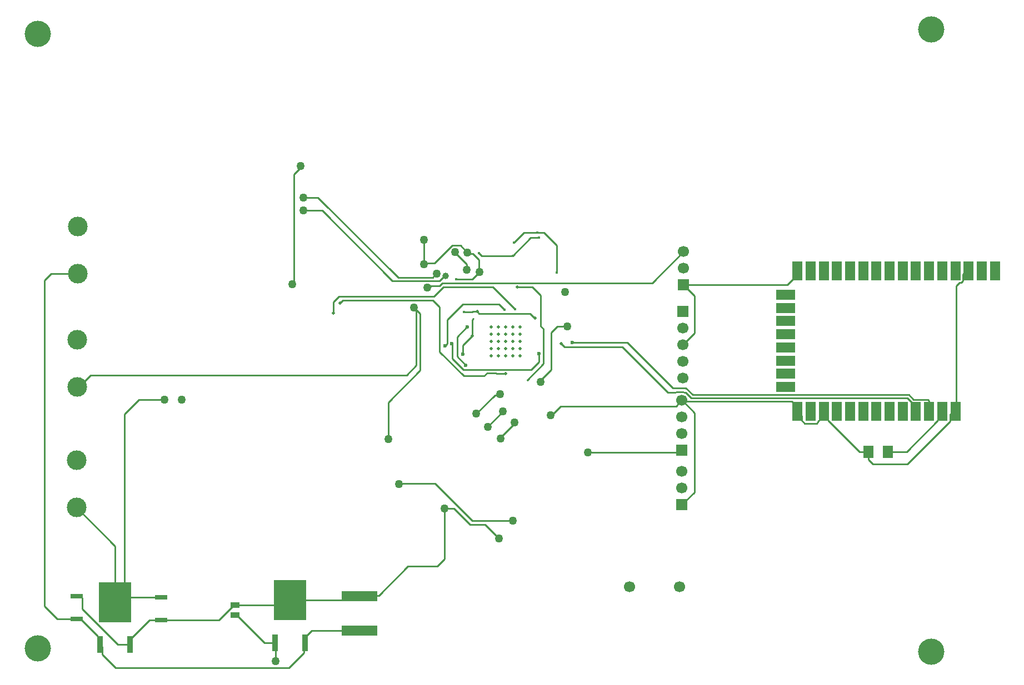
<source format=gbr>
%TF.GenerationSoftware,Altium Limited,Altium Designer,25.8.1 (18)*%
G04 Layer_Physical_Order=2*
G04 Layer_Color=16711680*
%FSLAX45Y45*%
%MOMM*%
%TF.SameCoordinates,56FEC790-4A4F-4F9A-8951-50DBF4044865*%
%TF.FilePolarity,Positive*%
%TF.FileFunction,Copper,L2,Bot,Signal*%
%TF.Part,Single*%
G01*
G75*
%TA.AperFunction,Conductor*%
%ADD10C,0.25400*%
%TA.AperFunction,SMDPad,CuDef*%
%ADD29R,1.90620X0.75620*%
%TA.AperFunction,ComponentPad*%
%ADD41C,1.70000*%
%ADD42R,1.70000X1.70000*%
%TA.AperFunction,ViaPad*%
%ADD43C,4.00000*%
%ADD44C,1.27000*%
%ADD45C,0.50000*%
%ADD46C,0.40000*%
%ADD47C,1.00000*%
%ADD48C,0.60000*%
%ADD49C,0.30000*%
%ADD50C,3.00000*%
%TA.AperFunction,ConnectorPad*%
%ADD51R,1.52400X2.84480*%
%TA.AperFunction,SMDPad,CuDef*%
%ADD52R,4.90000X6.20000*%
%ADD53R,1.50000X1.90000*%
%ADD54R,5.40000X1.55000*%
%ADD55R,1.35000X0.95000*%
%ADD56R,0.95000X2.60000*%
%TA.AperFunction,ConnectorPad*%
%ADD57R,2.84480X1.52400*%
D10*
X12731577Y6853090D02*
G03*
X12729614Y6853100I-1576J-123090D01*
G01*
X8821940Y8821090D02*
X8960069D01*
X9230193Y9091214D01*
X8802500Y8801650D02*
X8821940Y8821090D01*
X9230193Y9091214D02*
X9356286D01*
X9272500Y8980755D02*
X9446534Y8806721D01*
X9272500Y8980755D02*
Y8989614D01*
X8405000Y8602500D02*
X8929786D01*
X8988565Y8661279D02*
X8991072D01*
X8929786Y8602500D02*
X8988565Y8661279D01*
X10447033Y8455467D02*
X10572500Y8330000D01*
X10217500Y8455467D02*
X10447033D01*
X9037500Y8477500D02*
X9078567Y8518567D01*
X12275905D01*
X12752885Y8995546D01*
X9530800Y8578300D02*
X9642500Y8690000D01*
X9290433Y8578300D02*
X9530800D01*
X9288800Y8576667D02*
X9290433Y8578300D01*
X9090675Y8458833D02*
X9846166D01*
X10189274Y8115726D01*
X8946842Y8315000D02*
X9090675Y8458833D01*
X8879993Y8450100D02*
X8907393Y8477500D01*
X9037500D01*
X9039494Y8551700D02*
X9110594Y8622800D01*
X8318300Y8551700D02*
X9039494D01*
X7247500Y9622500D02*
X8318300Y8551700D01*
X7505763Y8315000D02*
X8946842D01*
X9110594Y8622800D02*
X9130781D01*
X8802500Y8801650D02*
Y9180000D01*
X9356286Y9091214D02*
X9462500Y8985000D01*
X9633400Y8699099D02*
Y8874100D01*
X9541442Y8966058D02*
X9633400Y8874100D01*
X9481442Y8966058D02*
X9541442D01*
X9637500Y8972500D02*
X9677500Y8932500D01*
X10150000D01*
X15540063Y5915063D02*
X15573221Y5881906D01*
X9532500Y7954400D02*
X9553100Y7975000D01*
X9532500Y7715000D02*
Y7954400D01*
X9536600Y8075000D02*
X9544400Y8082800D01*
X9405000Y8075000D02*
X9536600D01*
X9544400Y8082800D02*
X9602800D01*
X10425000Y9207500D02*
X10555000D01*
X10150000Y8932500D02*
X10425000Y9207500D01*
X9602800Y8082800D02*
X9607500Y8087500D01*
X6811940Y8560119D02*
X6815000Y8563179D01*
Y10175007D01*
X6920000Y10280007D01*
X6792500Y8497500D02*
X6811940Y8516940D01*
Y8560119D01*
X6920000Y10280007D02*
Y10300000D01*
X6960000Y9622500D02*
X7247500D01*
X7185000Y9822500D02*
X8405000Y8602500D01*
X6957500Y9822500D02*
X7185000D01*
X5902837Y3605600D02*
X5922837D01*
X5675437Y3378200D02*
X5902837Y3605600D01*
X4792537Y3378200D02*
X5675437D01*
X10527500Y9287500D02*
X10625000D01*
X9446534Y8720966D02*
Y8806721D01*
Y8720966D02*
X9447500Y8720000D01*
X9633400Y8699099D02*
X9642500Y8690000D01*
X10167500Y9132500D02*
X10322500Y9287500D01*
X10527500D01*
X10625000D02*
X10822500Y9090000D01*
X10485843Y7980000D02*
X10492500D01*
X10572500Y7862200D02*
Y8330000D01*
X10415844Y8050000D02*
X10485843Y7980000D01*
X9640000Y8050000D02*
X10415844D01*
X10572500Y7862200D02*
X10622500Y7812200D01*
X10822500Y8680000D02*
Y9090000D01*
X9607500Y8082500D02*
Y8087500D01*
Y8082500D02*
X9640000Y8050000D01*
X9395000Y8192500D02*
X9937900D01*
X10022300Y8108100D01*
X7420000Y8229237D02*
X7505763Y8315000D01*
X7420000Y8062500D02*
Y8229237D01*
X9227500Y7367500D02*
Y7592845D01*
X9120600Y7560000D02*
X9157500Y7596900D01*
Y7955000D01*
X9395000Y8192500D01*
X9225567Y7594778D02*
X9227500Y7592845D01*
X16256584Y6740000D02*
X16480782D01*
X16185835Y6810748D02*
X16256584Y6740000D01*
X16480782D02*
X16495660Y6725121D01*
Y6558080D02*
Y6725121D01*
X12895184Y6810748D02*
X16185835D01*
X12788432Y6917500D02*
X12895184Y6810748D01*
X12592500Y6917500D02*
X12788432D01*
X11895600Y7614400D02*
X12592500Y6917500D01*
X11057500Y7614400D02*
X11895600D01*
X9772500Y6322500D02*
Y6328750D01*
X9997500Y6553750D01*
Y6560000D01*
X9407500Y7100000D02*
X9715422D01*
X9760421Y7145000D01*
X9891983D02*
X9904282Y7132700D01*
X10042500D01*
X9760421Y7145000D02*
X9891983D01*
X7520000Y8210000D02*
X7565000Y8255000D01*
X8935000D01*
X9037500Y7470000D02*
Y8152500D01*
X8935000Y8255000D02*
X9037500Y8152500D01*
Y7470000D02*
X9407500Y7100000D01*
X9878060Y6808060D02*
X9935560D01*
X9597500Y6527500D02*
X9878060Y6808060D01*
X9935560D02*
X9955000Y6827500D01*
X10435800Y7195800D02*
X10554400Y7314400D01*
X9399200Y7195800D02*
X10435800D01*
X10554400Y7314400D02*
Y7440000D01*
X9227500Y7367500D02*
X9399200Y7195800D01*
X12517501Y6852500D02*
X12538543D01*
X16164793Y6759948D02*
X16231500Y6693242D01*
X12874142Y6759948D02*
X16164793D01*
X16231500Y6621580D02*
X16307500Y6545581D01*
X16231500Y6621580D02*
Y6693242D01*
X12538543Y6852500D02*
X12729614Y6853100D01*
X12789030Y6845060D02*
X12874142Y6759948D01*
X12731577Y6853090D02*
X12781590Y6852500D01*
X12789030Y6845060D01*
X11823700Y7546300D02*
X12510061Y6859939D01*
X12517501Y6852500D01*
X10941200Y7546300D02*
X11823700D01*
X10892500Y7595000D02*
X10941200Y7546300D01*
X9965000Y6142500D02*
Y6160000D01*
X10182500Y6377500D01*
Y6395000D01*
X12699500Y5937500D02*
X12730000Y5968000D01*
X11292500Y5937500D02*
X12699500D01*
X8852500Y8450100D02*
X8879993D01*
X9387500Y7430000D02*
Y7570000D01*
X9454400Y7844400D02*
X9457500D01*
X9302500Y7397500D02*
Y7692500D01*
X9454400Y7844400D01*
X9302500Y7397500D02*
X9435000Y7265000D01*
X9387500Y7570000D02*
X9532500Y7715000D01*
X8682500Y8112500D02*
X8742182Y8052818D01*
X8680000Y7262500D02*
Y8110000D01*
X8742182Y7184682D02*
Y8052818D01*
X10830000Y7860000D02*
X10982500D01*
X10735000Y7194188D02*
Y7765000D01*
X10609348Y7068536D02*
X10735000Y7194188D01*
Y7765000D02*
X10830000Y7860000D01*
X10577500Y7034993D02*
X10609348Y7066841D01*
X10577500Y7007500D02*
Y7034993D01*
X10609348Y7066841D02*
Y7068536D01*
X9532500Y4895000D02*
X10155000D01*
X9435000Y7265000D02*
X9437500D01*
X8425000Y5460000D02*
X8967500D01*
X9532500Y4895000D01*
X8417500Y5452500D02*
X8425000Y5460000D01*
X4455000Y6740000D02*
X4842500D01*
X4235000Y6520000D02*
X4455000Y6740000D01*
X4235000Y3857263D02*
Y6520000D01*
X4165937Y3723200D02*
X4792537D01*
X4094037Y3651300D02*
X4165937Y3723200D01*
X4094037Y3651300D02*
Y3716300D01*
X3505000Y5095011D02*
X4094037Y4505974D01*
Y3716300D02*
Y4505974D01*
Y3716300D02*
X4235000Y3857263D01*
X10622500Y7290000D02*
Y7812200D01*
X10370000Y7037500D02*
X10622500Y7290000D01*
X17011281Y8655000D02*
X17063200Y8706920D01*
X17097641D01*
X14489061Y8640880D02*
Y8706920D01*
X17011281Y8548899D02*
Y8655000D01*
X16988962Y8526580D02*
X17011281Y8548899D01*
X16961580Y8526580D02*
X16988962D01*
X16906467Y8471467D02*
X16961580Y8526580D01*
X16906467Y7955125D02*
Y8471467D01*
X14335727Y8487546D02*
X14489061Y8640880D01*
X12752885Y8487546D02*
X12917500Y8322931D01*
X12752885Y8487546D02*
X14335727D01*
X16906467Y7955125D02*
X16911501Y7950093D01*
X12917500Y7750564D02*
Y8322931D01*
X12743793Y7576857D02*
X12917500Y7750564D01*
X16911501Y6572600D02*
Y7950093D01*
X16896980Y6558080D02*
X16911501Y6572600D01*
X14890381Y6558080D02*
X14953880Y6494580D01*
X14489061Y6558080D02*
Y6624120D01*
Y6558080D02*
X14552560Y6494580D01*
X16820000Y6409438D02*
Y6522500D01*
X14890381Y6492040D02*
Y6558080D01*
X14552560Y6422919D02*
Y6494580D01*
X12750853Y6709148D02*
X14404033D01*
X14489061Y6624120D01*
X12750853Y6709148D02*
X12922501Y6537501D01*
Y5328500D02*
Y6537501D01*
X15540063Y5915063D02*
X15567500Y5942500D01*
X15434299D02*
X15567500D01*
X14953880Y6422919D02*
Y6494580D01*
Y6422919D02*
X15434299Y5942500D01*
X16167999Y5757437D02*
X16820000Y6409438D01*
X15573221Y5824279D02*
X15640063Y5757437D01*
X16167999D01*
X15573221Y5824279D02*
Y5881906D01*
X14804021Y6405680D02*
X14890381Y6492040D01*
X14552560Y6422919D02*
X14597739Y6377740D01*
X14804021Y6400059D02*
Y6405680D01*
X14781702Y6377740D02*
X14804021Y6400059D01*
X14597739Y6377740D02*
X14781702D01*
X12730000Y5136000D02*
X12922501Y5328500D01*
X12640000Y6640000D02*
X12730000Y6730000D01*
X10745000Y6502500D02*
X10882500Y6640000D01*
X12640000D01*
X10725000Y6502500D02*
X10745000D01*
X9502500Y4837500D02*
X9730000D01*
X9942500Y4625000D01*
X9115000Y5082500D02*
X9257500D01*
X9502500Y4837500D01*
X8997500Y4195000D02*
X9115000Y4312500D01*
Y5082500D01*
X8552500Y4195000D02*
X8997500D01*
X7823695Y3750858D02*
X8108358D01*
X8552500Y4195000D01*
X7815137Y3742300D02*
X7823695Y3750858D01*
X7755837Y3683000D02*
X7815137Y3742300D01*
X6761037Y3683000D02*
X7755837D01*
X6683637Y3605600D02*
X6761037Y3683000D01*
X5922837Y3605600D02*
X6683637D01*
X4322037Y3083800D02*
X4616437Y3378200D01*
X4792537D01*
X4322037Y3001300D02*
Y3083800D01*
X3509837Y3741200D02*
X3567337D01*
X3592447Y3544008D02*
X4135155Y3001300D01*
X3592447Y3544008D02*
Y3716090D01*
X4135155Y3001300D02*
X4322037D01*
X3567337Y3741200D02*
X3592447Y3716090D01*
X8532500Y7115000D02*
X8680000Y7262500D01*
X8255000Y6697500D02*
X8742182Y7184682D01*
X8255000Y6135000D02*
Y6697500D01*
X3537493Y6935011D02*
X3717482Y7115000D01*
X8532500D01*
X3512500Y6935011D02*
X3537493D01*
X3115011Y8660011D02*
X3522500D01*
X3015000Y8560000D02*
X3115011Y8660011D01*
X3015000Y3590000D02*
Y8560000D01*
X3208800Y3396200D02*
X3509837D01*
X3015000Y3590000D02*
X3208800Y3396200D01*
X3509837D02*
X3567337D01*
X6972279Y2879779D02*
Y3016242D01*
X4096600Y2648400D02*
X6740900D01*
X6972279Y3016242D02*
X6989037Y3033000D01*
X6740900Y2648400D02*
X6972279Y2879779D01*
X6989037Y3033000D02*
Y3115500D01*
X3895159Y2849841D02*
X4096600Y2648400D01*
X3895159Y2849841D02*
Y2972178D01*
X3831237Y3036100D02*
X3895159Y2972178D01*
X16632822Y6494580D02*
X16696321Y6558080D01*
X16632822Y6422919D02*
Y6494580D01*
X16153123Y5943221D02*
X16632822Y6422919D01*
X15868221Y5943221D02*
X16153123D01*
X15867500Y5942500D02*
X15868221Y5943221D01*
X5942837Y3455600D02*
X6365437Y3033000D01*
X7090837Y3217300D02*
X7815137D01*
X6533037Y3033000D02*
X6540000Y3026037D01*
Y2750000D02*
Y3026037D01*
X3831237Y3036100D02*
Y3132300D01*
X3567337Y3396200D02*
X3831237Y3132300D01*
X5922837Y3455600D02*
X5942837D01*
X6365437Y3033000D02*
X6533037D01*
X6989037Y3115500D02*
X7090837Y3217300D01*
D29*
X4792537Y3723200D02*
D03*
Y3378200D02*
D03*
X3509837Y3741200D02*
D03*
Y3396200D02*
D03*
D41*
X12743793Y7322857D02*
D03*
X12730000Y6222000D02*
D03*
Y6476000D02*
D03*
Y5390000D02*
D03*
X11930000Y3882500D02*
D03*
X12752885Y8741546D02*
D03*
X12743793Y7830857D02*
D03*
Y7576857D02*
D03*
X12730000Y6730000D02*
D03*
X12690000Y3882500D02*
D03*
X12752885Y8995546D02*
D03*
X12730000Y5644000D02*
D03*
X12743793Y7068857D02*
D03*
D42*
Y8084857D02*
D03*
X12730000Y5968000D02*
D03*
X12752885Y8487546D02*
D03*
X12730000Y5136000D02*
D03*
D43*
X16532500Y2892500D02*
D03*
X16525000Y12385001D02*
D03*
X2915000Y2945000D02*
D03*
X2910000Y12320001D02*
D03*
D44*
X9272500Y8989614D02*
D03*
X8802500Y8801650D02*
D03*
X8992360Y8662567D02*
D03*
X6920000Y10300000D02*
D03*
X6960000Y9622500D02*
D03*
X6957500Y9822500D02*
D03*
X6792500Y8497500D02*
D03*
X9462500Y8985000D02*
D03*
X10952500Y8380000D02*
D03*
X9772500Y6322500D02*
D03*
X9997500Y6560000D02*
D03*
X9597500Y6527500D02*
D03*
X9955000Y6827500D02*
D03*
X9965000Y6142500D02*
D03*
X10182500Y6395000D02*
D03*
X11292500Y5937500D02*
D03*
X9642500Y8690000D02*
D03*
X9447500Y8720000D02*
D03*
X8852500Y8450100D02*
D03*
X8645000Y8145000D02*
D03*
X10577500Y7007500D02*
D03*
X10982500Y7860000D02*
D03*
X10155000Y4895000D02*
D03*
X8417500Y5452500D02*
D03*
X4842500Y6740000D02*
D03*
X10725000Y6502500D02*
D03*
X9942500Y4625000D02*
D03*
X8802500Y9180000D02*
D03*
X9115000Y5082500D02*
D03*
X5110000Y6737500D02*
D03*
X8255000Y6135000D02*
D03*
X6540000Y2750000D02*
D03*
D45*
X10217500Y8455467D02*
D03*
X10492500Y7980000D02*
D03*
X9607500Y8087500D02*
D03*
X10260000Y7405000D02*
D03*
X10150001D02*
D03*
X10040000D02*
D03*
X9930000D02*
D03*
X9820000D02*
D03*
X10260000Y7515000D02*
D03*
X10150001D02*
D03*
X10040000D02*
D03*
X9930000D02*
D03*
X9820000D02*
D03*
X10260000Y7625000D02*
D03*
X10150001D02*
D03*
X10040000D02*
D03*
X9930000D02*
D03*
X9820000D02*
D03*
X10260000Y7735000D02*
D03*
X10150001D02*
D03*
X10040000D02*
D03*
X9930000D02*
D03*
X9820000D02*
D03*
X10260000Y7845000D02*
D03*
X10150001D02*
D03*
X10040000D02*
D03*
X9930000D02*
D03*
X9820000D02*
D03*
X10042500Y7132700D02*
D03*
X7520000Y8210000D02*
D03*
X10892500Y7595000D02*
D03*
X9532500Y7715000D02*
D03*
X7420000Y8062500D02*
D03*
D46*
X9288800Y8576667D02*
D03*
X9637500Y8972500D02*
D03*
X9405000Y8075000D02*
D03*
X10167500Y9132500D02*
D03*
X10150000Y8932500D02*
D03*
X10555000Y9207500D02*
D03*
X10527500Y9287500D02*
D03*
X10822500Y8680000D02*
D03*
X10189274Y8115726D02*
D03*
X10022300Y8108100D02*
D03*
D47*
X9130781Y8622800D02*
D03*
D48*
X9225567Y7594778D02*
D03*
X11057500Y7614400D02*
D03*
X10554400Y7440000D02*
D03*
X9120600Y7560000D02*
D03*
X9387500Y7430000D02*
D03*
X9457500Y7844400D02*
D03*
X9437500Y7265000D02*
D03*
D49*
X9553100Y7975000D02*
D03*
X10572500Y7862200D02*
D03*
X10370000Y7037500D02*
D03*
D50*
X3505000Y5095011D02*
D03*
X3522500Y9380000D02*
D03*
X3512500Y7655000D02*
D03*
X3505000Y5815000D02*
D03*
X3512500Y6935011D02*
D03*
X3522500Y8660011D02*
D03*
D51*
X16495660Y6558080D02*
D03*
X16295001D02*
D03*
X17097641Y8706920D02*
D03*
X14489061D02*
D03*
X16896980Y6558080D02*
D03*
X14890381D02*
D03*
X14489061D02*
D03*
X16696321D02*
D03*
X17498961Y8706920D02*
D03*
X17298302D02*
D03*
X16896980D02*
D03*
X16696321D02*
D03*
X16495660D02*
D03*
X16295001D02*
D03*
X16094341D02*
D03*
X15893681D02*
D03*
X15693021D02*
D03*
X15492361D02*
D03*
X15291701D02*
D03*
X15091042D02*
D03*
X14890381D02*
D03*
X14689722D02*
D03*
Y6558080D02*
D03*
X15091042D02*
D03*
X15291701D02*
D03*
X15492361D02*
D03*
X15693021D02*
D03*
X15893681D02*
D03*
X16094341D02*
D03*
D52*
X4094037Y3651300D02*
D03*
X6761037Y3683000D02*
D03*
D53*
X15567500Y5942500D02*
D03*
X15867500D02*
D03*
D54*
X7815137Y3742300D02*
D03*
Y3217300D02*
D03*
D55*
X5922837Y3605600D02*
D03*
Y3455600D02*
D03*
D56*
X4322037Y3001300D02*
D03*
X3866037D02*
D03*
X6989037Y3033000D02*
D03*
X6533037D02*
D03*
D57*
X14313800Y8338619D02*
D03*
Y8137959D02*
D03*
Y7937299D02*
D03*
Y7736639D02*
D03*
Y7535979D02*
D03*
Y7335319D02*
D03*
Y7134659D02*
D03*
Y6933999D02*
D03*
%TF.MD5,94cec267a2c7384a778c554f40150684*%
M02*

</source>
